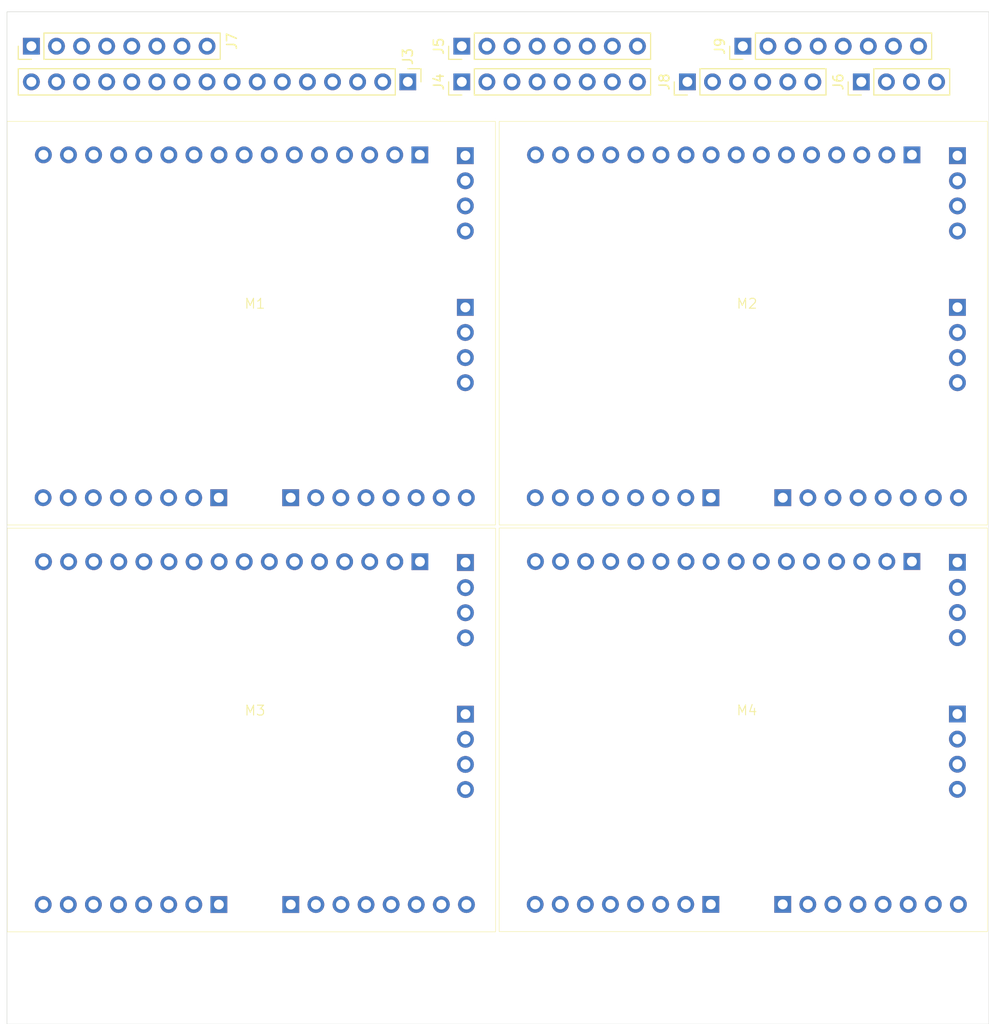
<source format=kicad_pcb>
(kicad_pcb (version 20241229) (generator "pcbnew") (generator_version "9.0")
  (layers (0 "F.Cu" signal) (2 "B.Cu" signal) (13 "F.Paste" user) (15 "B.Paste" user) (5 "F.SilkS" user "F.Silkscreen") (7 "B.SilkS" user "B.Silkscreen") (1 "F.Mask" user) (3 "B.Mask" user) (25 "Edge.Cuts" user))
  (net 0 "")
  (net 1 "LIC")
  (net 2 "BA")
  (net 3 "BS")
  (net 4 "TSC")
  (net 5 "AVMA")
  (net 6 "BUSY")
  (net 7 "Q")
  (net 8 "E")
  (net 9 "DEV0")
  (net 10 "DEV1")
  (net 11 "DEV2")
  (net 12 "DEV3")
  (net 13 "DEV4")
  (net 14 "DEV5")
  (net 15 "DEV6")
  (net 16 "DEV7")
  (net 17 "~{HALT}")
  (net 18 "~{RESET}")
  (net 19 "R{slash}~{W}")
  (net 20 "~{FIRQ}")
  (net 21 "~{IRQ}")
  (net 22 "~{NMI}")
  (net 23 "~{Q}")
  (net 24 "~{E}")
  (net 25 "GND")
  (net 26 "+5V")
  (net 27 "/A0")
  (net 28 "/A1")
  (net 29 "/A2")
  (net 30 "/A3")
  (net 31 "/A4")
  (net 32 "/A5")
  (net 33 "/A6")
  (net 34 "/A7")
  (net 35 "/A8")
  (net 36 "/A9")
  (net 37 "/A10")
  (net 38 "/A11")
  (net 39 "/A12")
  (net 40 "/A13")
  (net 41 "/A14")
  (net 42 "/A15")
  (net 43 "/D0")
  (net 44 "/D1")
  (net 45 "/D2")
  (net 46 "/D3")
  (net 47 "/D4")
  (net 48 "/D5")
  (net 49 "/D6")
  (net 50 "/D7")
  (net 51 "CLK15")
  (net 52 "CLK3")
  (net 53 "CLK6")
  (net 54 "CLK12")
  (net 56 "CLK24")
  (footprint "Library:Ram" (layer "F.Cu") (at 169.4434 61.6204)
    (property "Reference" "M2" (at 0 -0.5 0) (layer "F.SilkS") (effects (font (thickness 0.1))))
    (property "Value" "~")
    (fp_rect (start -25.0804 -18.9371) (end 24.348 21.8807) (stroke (width 0.05)) (fill no) (layer "F.SilkS"))
    (pad "1" thru_hole rect (at 16.6932 -15.5524 90) (size 1.7 1.7) (drill 1) (layers "*.Cu" "*.Mask"))
    (pad "2" thru_hole oval (at 14.1532 -15.5524 90) (size 1.7 1.7) (drill 1) (layers "*.Cu" "*.Mask"))
    (pad "3" thru_hole oval (at 11.6132 -15.5524 90) (size 1.7 1.7) (drill 1) (layers "*.Cu" "*.Mask"))
    (pad "4" thru_hole oval (at 9.0732 -15.5524 90) (size 1.7 1.7) (drill 1) (layers "*.Cu" "*.Mask"))
    (pad "5" thru_hole oval (at 6.5332 -15.5524 90) (size 1.7 1.7) (drill 1) (layers "*.Cu" "*.Mask"))
    (pad "6" thru_hole oval (at 3.9932 -15.5524 90) (size 1.7 1.7) (drill 1) (layers "*.Cu" "*.Mask"))
    (pad "7" thru_hole oval (at 1.4532 -15.5524 90) (size 1.7 1.7) (drill 1) (layers "*.Cu" "*.Mask"))
    (pad "8" thru_hole oval (at -1.0868 -15.5524 90) (size 1.7 1.7) (drill 1) (layers "*.Cu" "*.Mask"))
    (pad "9" thru_hole oval (at -3.6268 -15.5524 90) (size 1.7 1.7) (drill 1) (layers "*.Cu" "*.Mask"))
    (pad "10" thru_hole oval (at -6.1668 -15.5524 90) (size 1.7 1.7) (drill 1) (layers "*.Cu" "*.Mask"))
    (pad "11" thru_hole oval (at -8.7068 -15.5524 90) (size 1.7 1.7) (drill 1) (layers "*.Cu" "*.Mask"))
    (pad "12" thru_hole oval (at -11.2468 -15.5524 90) (size 1.7 1.7) (drill 1) (layers "*.Cu" "*.Mask"))
    (pad "13" thru_hole oval (at -13.7868 -15.5524 90) (size 1.7 1.7) (drill 1) (layers "*.Cu" "*.Mask"))
    (pad "14" thru_hole oval (at -16.3268 -15.5524 90) (size 1.7 1.7) (drill 1) (layers "*.Cu" "*.Mask"))
    (pad "15" thru_hole oval (at -18.8668 -15.5524 90) (size 1.7 1.7) (drill 1) (layers "*.Cu" "*.Mask"))
    (pad "16" thru_hole oval (at -21.4068 -15.5524 90) (size 1.7 1.7) (drill 1) (layers "*.Cu" "*.Mask"))
    (pad "17" thru_hole rect (at 3.6216 19.1248 270) (size 1.7 1.7) (drill 1) (layers "*.Cu" "*.Mask"))
    (pad "18" thru_hole oval (at 6.1616 19.1248 270) (size 1.7 1.7) (drill 1) (layers "*.Cu" "*.Mask"))
    (pad "19" thru_hole oval (at 8.7016 19.1248 270) (size 1.7 1.7) (drill 1) (layers "*.Cu" "*.Mask"))
    (pad "20" thru_hole oval (at 11.2416 19.1248 270) (size 1.7 1.7) (drill 1) (layers "*.Cu" "*.Mask"))
    (pad "21" thru_hole oval (at 13.7816 19.1248 270) (size 1.7 1.7) (drill 1) (layers "*.Cu" "*.Mask"))
    (pad "22" thru_hole oval (at 16.3216 19.1248 270) (size 1.7 1.7) (drill 1) (layers "*.Cu" "*.Mask"))
    (pad "23" thru_hole oval (at 18.8616 19.1248 270) (size 1.7 1.7) (drill 1) (layers "*.Cu" "*.Mask"))
    (pad "24" thru_hole oval (at 21.4016 19.1248 270) (size 1.7 1.7) (drill 1) (layers "*.Cu" "*.Mask"))
    (pad "25" thru_hole rect (at -3.6568 19.1248 90) (size 1.7 1.7) (drill 1) (layers "*.Cu" "*.Mask"))
    (pad "26" thru_hole oval (at -6.1968 19.1248 90) (size 1.7 1.7) (drill 1) (layers "*.Cu" "*.Mask"))
    (pad "27" thru_hole oval (at -8.7368 19.1248 90) (size 1.7 1.7) (drill 1) (layers "*.Cu" "*.Mask"))
    (pad "28" thru_hole oval (at -11.2768 19.1248 90) (size 1.7 1.7) (drill 1) (layers "*.Cu" "*.Mask"))
    (pad "29" thru_hole oval (at -13.8168 19.1248 90) (size 1.7 1.7) (drill 1) (layers "*.Cu" "*.Mask"))
    (pad "30" thru_hole oval (at -16.3568 19.1248 90) (size 1.7 1.7) (drill 1) (layers "*.Cu" "*.Mask"))
    (pad "31" thru_hole oval (at -18.8968 19.1248 90) (size 1.7 1.7) (drill 1) (layers "*.Cu" "*.Mask"))
    (pad "32" thru_hole oval (at -21.4368 19.1248 90) (size 1.7 1.7) (drill 1) (layers "*.Cu" "*.Mask"))
    (pad "33" thru_hole rect (at 21.3 -0.1284 180) (size 1.7 1.7) (drill 1) (layers "*.Cu" "*.Mask"))
    (pad "34" thru_hole oval (at 21.3 2.4116 180) (size 1.7 1.7) (drill 1) (layers "*.Cu" "*.Mask"))
    (pad "35" thru_hole oval (at 21.3 4.9516 180) (size 1.7 1.7) (drill 1) (layers "*.Cu" "*.Mask"))
    (pad "36" thru_hole oval (at 21.3 7.4916 180) (size 1.7 1.7) (drill 1) (layers "*.Cu" "*.Mask"))
    (pad "37" thru_hole oval (at 21.3 -12.93 180) (size 1.7 1.7) (drill 1) (layers "*.Cu" "*.Mask"))
    (pad "37" thru_hole oval (at 21.3 -10.39 180) (size 1.7 1.7) (drill 1) (layers "*.Cu" "*.Mask"))
    (pad "38" thru_hole rect (at 21.3 -15.47 180) (size 1.7 1.7) (drill 1) (layers "*.Cu" "*.Mask"))
    (pad "38" thru_hole oval (at 21.3 -7.85 180) (size 1.7 1.7) (drill 1) (layers "*.Cu" "*.Mask"))
  )
  (footprint "Connector_PinHeader_2.54mm:PinHeader_1x08_P2.54mm_Vertical" (layer "F.Cu") (at 140.5736 38.6842 90)
    (property "Reference" "J4" (at 0 -2.33 90) (layer "F.SilkS"))
    (property "Value" "Conn_01x08")
    (fp_line (start -1.33 -1.33) (end 0 -1.33) (stroke (width 0.12)) (layer "F.SilkS"))
    (fp_line (start -1.33 0) (end -1.33 -1.33) (stroke (width 0.12)) (layer "F.SilkS"))
    (fp_line (start 1.33 1.27) (end 1.33 19.11) (stroke (width 0.12)) (layer "F.SilkS"))
    (fp_line (start -1.33 1.27) (end 1.33 1.27) (stroke (width 0.12)) (layer "F.SilkS"))
    (fp_line (start -1.33 1.27) (end -1.33 19.11) (stroke (width 0.12)) (layer "F.SilkS"))
    (fp_line (start -1.33 19.11) (end 1.33 19.11) (stroke (width 0.12)) (layer "F.SilkS"))
    (pad "1" thru_hole rect (at 0 0 90) (size 1.7 1.7) (drill 1) (layers "*.Cu" "*.Mask") (net 43 "/D0"))
    (pad "2" thru_hole oval (at 0 2.54 90) (size 1.7 1.7) (drill 1) (layers "*.Cu" "*.Mask") (net 44 "/D1"))
    (pad "3" thru_hole oval (at 0 5.08 90) (size 1.7 1.7) (drill 1) (layers "*.Cu" "*.Mask") (net 45 "/D2"))
    (pad "4" thru_hole oval (at 0 7.62 90) (size 1.7 1.7) (drill 1) (layers "*.Cu" "*.Mask") (net 46 "/D3"))
    (pad "5" thru_hole oval (at 0 10.16 90) (size 1.7 1.7) (drill 1) (layers "*.Cu" "*.Mask") (net 47 "/D4"))
    (pad "6" thru_hole oval (at 0 12.7 90) (size 1.7 1.7) (drill 1) (layers "*.Cu" "*.Mask") (net 48 "/D5"))
    (pad "7" thru_hole oval (at 0 15.24 90) (size 1.7 1.7) (drill 1) (layers "*.Cu" "*.Mask") (net 49 "/D6"))
    (pad "8" thru_hole oval (at 0 17.78 90) (size 1.7 1.7) (drill 1) (layers "*.Cu" "*.Mask") (net 50 "/D7"))
  )
  (footprint "Library:Ram" (layer "F.Cu") (at 119.634 61.6204)
    (property "Reference" "M1" (at 0 -0.5 0) (layer "F.SilkS") (effects (font (thickness 0.1))))
    (property "Value" "~")
    (fp_rect (start -25.0804 -18.9371) (end 24.348 21.8807) (stroke (width 0.05)) (fill no) (layer "F.SilkS"))
    (pad "1" thru_hole rect (at 16.6932 -15.5524 90) (size 1.7 1.7) (drill 1) (layers "*.Cu" "*.Mask"))
    (pad "2" thru_hole oval (at 14.1532 -15.5524 90) (size 1.7 1.7) (drill 1) (layers "*.Cu" "*.Mask"))
    (pad "3" thru_hole oval (at 11.6132 -15.5524 90) (size 1.7 1.7) (drill 1) (layers "*.Cu" "*.Mask"))
    (pad "4" thru_hole oval (at 9.0732 -15.5524 90) (size 1.7 1.7) (drill 1) (layers "*.Cu" "*.Mask"))
    (pad "5" thru_hole oval (at 6.5332 -15.5524 90) (size 1.7 1.7) (drill 1) (layers "*.Cu" "*.Mask"))
    (pad "6" thru_hole oval (at 3.9932 -15.5524 90) (size 1.7 1.7) (drill 1) (layers "*.Cu" "*.Mask"))
    (pad "7" thru_hole oval (at 1.4532 -15.5524 90) (size 1.7 1.7) (drill 1) (layers "*.Cu" "*.Mask"))
    (pad "8" thru_hole oval (at -1.0868 -15.5524 90) (size 1.7 1.7) (drill 1) (layers "*.Cu" "*.Mask"))
    (pad "9" thru_hole oval (at -3.6268 -15.5524 90) (size 1.7 1.7) (drill 1) (layers "*.Cu" "*.Mask"))
    (pad "10" thru_hole oval (at -6.1668 -15.5524 90) (size 1.7 1.7) (drill 1) (layers "*.Cu" "*.Mask"))
    (pad "11" thru_hole oval (at -8.7068 -15.5524 90) (size 1.7 1.7) (drill 1) (layers "*.Cu" "*.Mask"))
    (pad "12" thru_hole oval (at -11.2468 -15.5524 90) (size 1.7 1.7) (drill 1) (layers "*.Cu" "*.Mask"))
    (pad "13" thru_hole oval (at -13.7868 -15.5524 90) (size 1.7 1.7) (drill 1) (layers "*.Cu" "*.Mask"))
    (pad "14" thru_hole oval (at -16.3268 -15.5524 90) (size 1.7 1.7) (drill 1) (layers "*.Cu" "*.Mask"))
    (pad "15" thru_hole oval (at -18.8668 -15.5524 90) (size 1.7 1.7) (drill 1) (layers "*.Cu" "*.Mask"))
    (pad "16" thru_hole oval (at -21.4068 -15.5524 90) (size 1.7 1.7) (drill 1) (layers "*.Cu" "*.Mask"))
    (pad "17" thru_hole rect (at 3.6216 19.1248 270) (size 1.7 1.7) (drill 1) (layers "*.Cu" "*.Mask"))
    (pad "18" thru_hole oval (at 6.1616 19.1248 270) (size 1.7 1.7) (drill 1) (layers "*.Cu" "*.Mask"))
    (pad "19" thru_hole oval (at 8.7016 19.1248 270) (size 1.7 1.7) (drill 1) (layers "*.Cu" "*.Mask"))
    (pad "20" thru_hole oval (at 11.2416 19.1248 270) (size 1.7 1.7) (drill 1) (layers "*.Cu" "*.Mask"))
    (pad "21" thru_hole oval (at 13.7816 19.1248 270) (size 1.7 1.7) (drill 1) (layers "*.Cu" "*.Mask"))
    (pad "22" thru_hole oval (at 16.3216 19.1248 270) (size 1.7 1.7) (drill 1) (layers "*.Cu" "*.Mask"))
    (pad "23" thru_hole oval (at 18.8616 19.1248 270) (size 1.7 1.7) (drill 1) (layers "*.Cu" "*.Mask"))
    (pad "24" thru_hole oval (at 21.4016 19.1248 270) (size 1.7 1.7) (drill 1) (layers "*.Cu" "*.Mask"))
    (pad "25" thru_hole rect (at -3.6568 19.1248 90) (size 1.7 1.7) (drill 1) (layers "*.Cu" "*.Mask"))
    (pad "26" thru_hole oval (at -6.1968 19.1248 90) (size 1.7 1.7) (drill 1) (layers "*.Cu" "*.Mask"))
    (pad "27" thru_hole oval (at -8.7368 19.1248 90) (size 1.7 1.7) (drill 1) (layers "*.Cu" "*.Mask"))
    (pad "28" thru_hole oval (at -11.2768 19.1248 90) (size 1.7 1.7) (drill 1) (layers "*.Cu" "*.Mask"))
    (pad "29" thru_hole oval (at -13.8168 19.1248 90) (size 1.7 1.7) (drill 1) (layers "*.Cu" "*.Mask"))
    (pad "30" thru_hole oval (at -16.3568 19.1248 90) (size 1.7 1.7) (drill 1) (layers "*.Cu" "*.Mask"))
    (pad "31" thru_hole oval (at -18.8968 19.1248 90) (size 1.7 1.7) (drill 1) (layers "*.Cu" "*.Mask"))
    (pad "32" thru_hole oval (at -21.4368 19.1248 90) (size 1.7 1.7) (drill 1) (layers "*.Cu" "*.Mask"))
    (pad "33" thru_hole rect (at 21.3 -0.1284 180) (size 1.7 1.7) (drill 1) (layers "*.Cu" "*.Mask"))
    (pad "34" thru_hole oval (at 21.3 2.4116 180) (size 1.7 1.7) (drill 1) (layers "*.Cu" "*.Mask"))
    (pad "35" thru_hole oval (at 21.3 4.9516 180) (size 1.7 1.7) (drill 1) (layers "*.Cu" "*.Mask"))
    (pad "36" thru_hole oval (at 21.3 7.4916 180) (size 1.7 1.7) (drill 1) (layers "*.Cu" "*.Mask"))
    (pad "37" thru_hole oval (at 21.3 -12.93 180) (size 1.7 1.7) (drill 1) (layers "*.Cu" "*.Mask"))
    (pad "37" thru_hole oval (at 21.3 -10.39 180) (size 1.7 1.7) (drill 1) (layers "*.Cu" "*.Mask"))
    (pad "38" thru_hole rect (at 21.3 -15.47 180) (size 1.7 1.7) (drill 1) (layers "*.Cu" "*.Mask"))
    (pad "38" thru_hole oval (at 21.3 -7.85 180) (size 1.7 1.7) (drill 1) (layers "*.Cu" "*.Mask"))
  )
  (footprint "Connector_PinHeader_2.54mm:PinHeader_1x04_P2.54mm_Vertical" (layer "F.Cu") (at 181.0104 38.6842 90)
    (property "Reference" "J6" (at 0 -2.33 90) (layer "F.SilkS"))
    (property "Value" "Conn_01x04")
    (fp_line (start -1.33 -1.33) (end 0 -1.33) (stroke (width 0.12)) (layer "F.SilkS"))
    (fp_line (start -1.33 0) (end -1.33 -1.33) (stroke (width 0.12)) (layer "F.SilkS"))
    (fp_line (start 1.33 1.27) (end 1.33 8.95) (stroke (width 0.12)) (layer "F.SilkS"))
    (fp_line (start -1.33 1.27) (end 1.33 1.27) (stroke (width 0.12)) (layer "F.SilkS"))
    (fp_line (start -1.33 1.27) (end -1.33 8.95) (stroke (width 0.12)) (layer "F.SilkS"))
    (fp_line (start -1.33 8.95) (end 1.33 8.95) (stroke (width 0.12)) (layer "F.SilkS"))
    (pad "1" thru_hole rect (at 0 0 90) (size 1.7 1.7) (drill 1) (layers "*.Cu" "*.Mask") (net 25 "GND"))
    (pad "2" thru_hole oval (at 0 2.54 90) (size 1.7 1.7) (drill 1) (layers "*.Cu" "*.Mask") (net 26 "+5V"))
    (pad "3" thru_hole oval (at 0 5.08 90) (size 1.7 1.7) (drill 1) (layers "*.Cu" "*.Mask") (net 26 "+5V"))
    (pad "4" thru_hole circle (at 0 7.62 90) (size 1.7 1.7) (drill 1) (layers "*.Cu" "*.Mask") (net 25 "GND"))
  )
  (footprint "Connector_PinHeader_2.54mm:PinHeader_1x08_P2.54mm_Vertical" (layer "F.Cu") (at 169.0216 35.0774 90)
    (property "Reference" "J9" (at 0 -2.33 90) (layer "F.SilkS"))
    (property "Value" "Conn_01x08")
    (fp_line (start -1.33 -1.33) (end 0 -1.33) (stroke (width 0.12)) (layer "F.SilkS"))
    (fp_line (start -1.33 0) (end -1.33 -1.33) (stroke (width 0.12)) (layer "F.SilkS"))
    (fp_line (start 1.33 1.27) (end 1.33 19.11) (stroke (width 0.12)) (layer "F.SilkS"))
    (fp_line (start -1.33 1.27) (end 1.33 1.27) (stroke (width 0.12)) (layer "F.SilkS"))
    (fp_line (start -1.33 1.27) (end -1.33 19.11) (stroke (width 0.12)) (layer "F.SilkS"))
    (fp_line (start -1.33 19.11) (end 1.33 19.11) (stroke (width 0.12)) (layer "F.SilkS"))
    (pad "1" thru_hole rect (at 0 0 90) (size 1.7 1.7) (drill 1) (layers "*.Cu" "*.Mask") (net 9 "DEV0"))
    (pad "2" thru_hole oval (at 0 2.54 90) (size 1.7 1.7) (drill 1) (layers "*.Cu" "*.Mask") (net 10 "DEV1"))
    (pad "3" thru_hole oval (at 0 5.08 90) (size 1.7 1.7) (drill 1) (layers "*.Cu" "*.Mask") (net 11 "DEV2"))
    (pad "4" thru_hole oval (at 0 7.62 90) (size 1.7 1.7) (drill 1) (layers "*.Cu" "*.Mask") (net 12 "DEV3"))
    (pad "5" thru_hole oval (at 0 10.16 90) (size 1.7 1.7) (drill 1) (layers "*.Cu" "*.Mask") (net 13 "DEV4"))
    (pad "6" thru_hole oval (at 0 12.7 90) (size 1.7 1.7) (drill 1) (layers "*.Cu" "*.Mask") (net 14 "DEV5"))
    (pad "7" thru_hole oval (at 0 15.24 90) (size 1.7 1.7) (drill 1) (layers "*.Cu" "*.Mask") (net 15 "DEV6"))
    (pad "8" thru_hole oval (at 0 17.78 90) (size 1.7 1.7) (drill 1) (layers "*.Cu" "*.Mask") (net 16 "DEV7"))
  )
  (footprint "Library:Ram" (layer "F.Cu") (at 169.438 102.7506)
    (property "Reference" "M4" (at 0 -0.5 0) (layer "F.SilkS") (effects (font (thickness 0.1))))
    (property "Value" "~")
    (fp_rect (start -25.0804 -18.9371) (end 24.348 21.8807) (stroke (width 0.05)) (fill no) (layer "F.SilkS"))
    (pad "1" thru_hole rect (at 16.6932 -15.5524 90) (size 1.7 1.7) (drill 1) (layers "*.Cu" "*.Mask"))
    (pad "2" thru_hole oval (at 14.1532 -15.5524 90) (size 1.7 1.7) (drill 1) (layers "*.Cu" "*.Mask"))
    (pad "3" thru_hole oval (at 11.6132 -15.5524 90) (size 1.7 1.7) (drill 1) (layers "*.Cu" "*.Mask"))
    (pad "4" thru_hole oval (at 9.0732 -15.5524 90) (size 1.7 1.7) (drill 1) (layers "*.Cu" "*.Mask"))
    (pad "5" thru_hole oval (at 6.5332 -15.5524 90) (size 1.7 1.7) (drill 1) (layers "*.Cu" "*.Mask"))
    (pad "6" thru_hole oval (at 3.9932 -15.5524 90) (size 1.7 1.7) (drill 1) (layers "*.Cu" "*.Mask"))
    (pad "7" thru_hole oval (at 1.4532 -15.5524 90) (size 1.7 1.7) (drill 1) (layers "*.Cu" "*.Mask"))
    (pad "8" thru_hole oval (at -1.0868 -15.5524 90) (size 1.7 1.7) (drill 1) (layers "*.Cu" "*.Mask"))
    (pad "9" thru_hole oval (at -3.6268 -15.5524 90) (size 1.7 1.7) (drill 1) (layers "*.Cu" "*.Mask"))
    (pad "10" thru_hole oval (at -6.1668 -15.5524 90) (size 1.7 1.7) (drill 1) (layers "*.Cu" "*.Mask"))
    (pad "11" thru_hole oval (at -8.7068 -15.5524 90) (size 1.7 1.7) (drill 1) (layers "*.Cu" "*.Mask"))
    (pad "12" thru_hole oval (at -11.2468 -15.5524 90) (size 1.7 1.7) (drill 1) (layers "*.Cu" "*.Mask"))
    (pad "13" thru_hole oval (at -13.7868 -15.5524 90) (size 1.7 1.7) (drill 1) (layers "*.Cu" "*.Mask"))
    (pad "14" thru_hole oval (at -16.3268 -15.5524 90) (size 1.7 1.7) (drill 1) (layers "*.Cu" "*.Mask"))
    (pad "15" thru_hole oval (at -18.8668 -15.5524 90) (size 1.7 1.7) (drill 1) (layers "*.Cu" "*.Mask"))
    (pad "16" thru_hole oval (at -21.4068 -15.5524 90) (size 1.7 1.7) (drill 1) (layers "*.Cu" "*.Mask"))
    (pad "17" thru_hole rect (at 3.6216 19.1248 270) (size 1.7 1.7) (drill 1) (layers "*.Cu" "*.Mask"))
    (pad "18" thru_hole oval (at 6.1616 19.1248 270) (size 1.7 1.7) (drill 1) (layers "*.Cu" "*.Mask"))
    (pad "19" thru_hole oval (at 8.7016 19.1248 270) (size 1.7 1.7) (drill 1) (layers "*.Cu" "*.Mask"))
    (pad "20" thru_hole oval (at 11.2416 19.1248 270) (size 1.7 1.7) (drill 1) (layers "*.Cu" "*.Mask"))
    (pad "21" thru_hole oval (at 13.7816 19.1248 270) (size 1.7 1.7) (drill 1) (layers "*.Cu" "*.Mask"))
    (pad "22" thru_hole oval (at 16.3216 19.1248 270) (size 1.7 1.7) (drill 1) (layers "*.Cu" "*.Mask"))
    (pad "23" thru_hole oval (at 18.8616 19.1248 270) (size 1.7 1.7) (drill 1) (layers "*.Cu" "*.Mask"))
    (pad "24" thru_hole oval (at 21.4016 19.1248 270) (size 1.7 1.7) (drill 1) (layers "*.Cu" "*.Mask"))
    (pad "25" thru_hole rect (at -3.6568 19.1248 90) (size 1.7 1.7) (drill 1) (layers "*.Cu" "*.Mask"))
    (pad "26" thru_hole oval (at -6.1968 19.1248 90) (size 1.7 1.7) (drill 1) (layers "*.Cu" "*.Mask"))
    (pad "27" thru_hole oval (at -8.7368 19.1248 90) (size 1.7 1.7) (drill 1) (layers "*.Cu" "*.Mask"))
    (pad "28" thru_hole oval (at -11.2768 19.1248 90) (size 1.7 1.7) (drill 1) (layers "*.Cu" "*.Mask"))
    (pad "29" thru_hole oval (at -13.8168 19.1248 90) (size 1.7 1.7) (drill 1) (layers "*.Cu" "*.Mask"))
    (pad "30" thru_hole oval (at -16.3568 19.1248 90) (size 1.7 1.7) (drill 1) (layers "*.Cu" "*.Mask"))
    (pad "31" thru_hole oval (at -18.8968 19.1248 90) (size 1.7 1.7) (drill 1) (layers "*.Cu" "*.Mask"))
    (pad "32" thru_hole oval (at -21.4368 19.1248 90) (size 1.7 1.7) (drill 1) (layers "*.Cu" "*.Mask"))
    (pad "33" thru_hole rect (at 21.3 -0.1284 180) (size 1.7 1.7) (drill 1) (layers "*.Cu" "*.Mask"))
    (pad "34" thru_hole oval (at 21.3 2.4116 180) (size 1.7 1.7) (drill 1) (layers "*.Cu" "*.Mask"))
    (pad "35" thru_hole oval (at 21.3 4.9516 180) (size 1.7 1.7) (drill 1) (layers "*.Cu" "*.Mask"))
    (pad "36" thru_hole oval (at 21.3 7.4916 180) (size 1.7 1.7) (drill 1) (layers "*.Cu" "*.Mask"))
    (pad "37" thru_hole oval (at 21.3 -12.93 180) (size 1.7 1.7) (drill 1) (layers "*.Cu" "*.Mask"))
    (pad "37" thru_hole oval (at 21.3 -10.39 180) (size 1.7 1.7) (drill 1) (layers "*.Cu" "*.Mask"))
    (pad "38" thru_hole rect (at 21.3 -15.47 180) (size 1.7 1.7) (drill 1) (layers "*.Cu" "*.Mask"))
    (pad "38" thru_hole oval (at 21.3 -7.85 180) (size 1.7 1.7) (drill 1) (layers "*.Cu" "*.Mask"))
  )
  (footprint "Connector_PinHeader_2.54mm:PinHeader_1x16_P2.54mm_Vertical" (layer "F.Cu") (at 135.1126 38.6842 -90)
    (property "Reference" "J3" (at -2.5654 0 90) (layer "F.SilkS"))
    (property "Value" "Conn_01x16")
    (fp_line (start -1.33 39.43) (end 1.33 39.43) (stroke (width 0.12)) (layer "F.SilkS"))
    (fp_line (start -1.33 1.27) (end -1.33 39.43) (stroke (width 0.12)) (layer "F.SilkS"))
    (fp_line (start -1.33 1.27) (end 1.33 1.27) (stroke (width 0.12)) (layer "F.SilkS"))
    (fp_line (start 1.33 1.27) (end 1.33 39.43) (stroke (width 0.12)) (layer "F.SilkS"))
    (fp_line (start -1.33 0) (end -1.33 -1.33) (stroke (width 0.12)) (layer "F.SilkS"))
    (fp_line (start -1.33 -1.33) (end 0 -1.33) (stroke (width 0.12)) (layer "F.SilkS"))
    (pad "1" thru_hole rect (at 0 0 270) (size 1.7 1.7) (drill 1) (layers "*.Cu" "*.Mask") (net 27 "/A0"))
    (pad "2" thru_hole oval (at 0 2.54 270) (size 1.7 1.7) (drill 1) (layers "*.Cu" "*.Mask") (net 28 "/A1"))
    (pad "3" thru_hole oval (at 0 5.08 270) (size 1.7 1.7) (drill 1) (layers "*.Cu" "*.Mask") (net 29 "/A2"))
    (pad "4" thru_hole oval (at 0 7.62 270) (size 1.7 1.7) (drill 1) (layers "*.Cu" "*.Mask") (net 30 "/A3"))
    (pad "5" thru_hole oval (at 0 10.16 270) (size 1.7 1.7) (drill 1) (layers "*.Cu" "*.Mask") (net 31 "/A4"))
    (pad "6" thru_hole oval (at 0 12.7 270) (size 1.7 1.7) (drill 1) (layers "*.Cu" "*.Mask") (net 32 "/A5"))
    (pad "7" thru_hole oval (at 0 15.24 270) (size 1.7 1.7) (drill 1) (layers "*.Cu" "*.Mask") (net 33 "/A6"))
    (pad "8" thru_hole oval (at 0 17.78 270) (size 1.7 1.7) (drill 1) (layers "*.Cu" "*.Mask") (net 34 "/A7"))
    (pad "9" thru_hole oval (at 0 20.32 270) (size 1.7 1.7) (drill 1) (layers "*.Cu" "*.Mask") (net 35 "/A8"))
    (pad "10" thru_hole oval (at 0 22.86 270) (size 1.7 1.7) (drill 1) (layers "*.Cu" "*.Mask") (net 36 "/A9"))
    (pad "11" thru_hole oval (at 0 25.4 270) (size 1.7 1.7) (drill 1) (layers "*.Cu" "*.Mask") (net 37 "/A10"))
    (pad "12" thru_hole oval (at 0 27.94 270) (size 1.7 1.7) (drill 1) (layers "*.Cu" "*.Mask") (net 38 "/A11"))
    (pad "13" thru_hole oval (at 0 30.48 270) (size 1.7 1.7) (drill 1) (layers "*.Cu" "*.Mask") (net 39 "/A12"))
    (pad "14" thru_hole oval (at 0 33.02 270) (size 1.7 1.7) (drill 1) (layers "*.Cu" "*.Mask") (net 40 "/A13"))
    (pad "15" thru_hole oval (at 0 35.56 270) (size 1.7 1.7) (drill 1) (layers "*.Cu" "*.Mask") (net 41 "/A14"))
    (pad "16" thru_hole oval (at 0 38.1 270) (size 1.7 1.7) (drill 1) (layers "*.Cu" "*.Mask") (net 42 "/A15"))
  )
  (footprint "Connector_PinHeader_2.54mm:PinHeader_1x06_P2.54mm_Vertical" (layer "F.Cu") (at 163.4082 38.6842 90)
    (property "Reference" "J8" (at 0 -2.33 90) (layer "F.SilkS"))
    (property "Value" "Conn_01x06")
    (fp_line (start -1.33 -1.33) (end 0 -1.33) (stroke (width 0.12)) (layer "F.SilkS"))
    (fp_line (start -1.33 0) (end -1.33 -1.33) (stroke (width 0.12)) (layer "F.SilkS"))
    (fp_line (start 1.33 1.27) (end 1.33 14.03) (stroke (width 0.12)) (layer "F.SilkS"))
    (fp_line (start -1.33 1.27) (end 1.33 1.27) (stroke (width 0.12)) (layer "F.SilkS"))
    (fp_line (start -1.33 1.27) (end -1.33 14.03) (stroke (width 0.12)) (layer "F.SilkS"))
    (fp_line (start -1.33 14.03) (end 1.33 14.03) (stroke (width 0.12)) (layer "F.SilkS"))
    (pad "1" thru_hole rect (at 0 0 90) (size 1.7 1.7) (drill 1) (layers "*.Cu" "*.Mask") (net 51 "CLK15"))
    (pad "2" thru_hole oval (at 0 2.54 90) (size 1.7 1.7) (drill 1) (layers "*.Cu" "*.Mask") (net 52 "CLK3"))
    (pad "3" thru_hole oval (at 0 5.08 90) (size 1.7 1.7) (drill 1) (layers "*.Cu" "*.Mask") (net 53 "CLK6"))
    (pad "4" thru_hole oval (at 0 7.62 90) (size 1.7 1.7) (drill 1) (layers "*.Cu" "*.Mask") (net 54 "CLK12"))
    (pad "5" thru_hole oval (at 0 10.16 90) (size 1.7 1.7) (drill 1) (layers "*.Cu" "*.Mask"))
    (pad "6" thru_hole oval (at 0 12.7 90) (size 1.7 1.7) (drill 1) (layers "*.Cu" "*.Mask") (net 56 "CLK24"))
  )
  (footprint "Library:Ram" (layer "F.Cu") (at 119.6446 102.7698)
    (property "Reference" "M3" (at 0 -0.5 0) (layer "F.SilkS") (effects (font (thickness 0.1))))
    (property "Value" "~")
    (fp_rect (start -25.0804 -18.9371) (end 24.348 21.8807) (stroke (width 0.05)) (fill no) (layer "F.SilkS"))
    (pad "1" thru_hole rect (at 16.6932 -15.5524 90) (size 1.7 1.7) (drill 1) (layers "*.Cu" "*.Mask"))
    (pad "2" thru_hole oval (at 14.1532 -15.5524 90) (size 1.7 1.7) (drill 1) (layers "*.Cu" "*.Mask"))
    (pad "3" thru_hole oval (at 11.6132 -15.5524 90) (size 1.7 1.7) (drill 1) (layers "*.Cu" "*.Mask"))
    (pad "4" thru_hole oval (at 9.0732 -15.5524 90) (size 1.7 1.7) (drill 1) (layers "*.Cu" "*.Mask"))
    (pad "5" thru_hole oval (at 6.5332 -15.5524 90) (size 1.7 1.7) (drill 1) (layers "*.Cu" "*.Mask"))
    (pad "6" thru_hole oval (at 3.9932 -15.5524 90) (size 1.7 1.7) (drill 1) (layers "*.Cu" "*.Mask"))
    (pad "7" thru_hole oval (at 1.4532 -15.5524 90) (size 1.7 1.7) (drill 1) (layers "*.Cu" "*.Mask"))
    (pad "8" thru_hole oval (at -1.0868 -15.5524 90) (size 1.7 1.7) (drill 1) (layers "*.Cu" "*.Mask"))
    (pad "9" thru_hole oval (at -3.6268 -15.5524 90) (size 1.7 1.7) (drill 1) (layers "*.Cu" "*.Mask"))
    (pad "10" thru_hole oval (at -6.1668 -15.5524 90) (size 1.7 1.7) (drill 1) (layers "*.Cu" "*.Mask"))
    (pad "11" thru_hole oval (at -8.7068 -15.5524 90) (size 1.7 1.7) (drill 1) (layers "*.Cu" "*.Mask"))
    (pad "12" thru_hole oval (at -11.2468 -15.5524 90) (size 1.7 1.7) (drill 1) (layers "*.Cu" "*.Mask"))
    (pad "13" thru_hole oval (at -13.7868 -15.5524 90) (size 1.7 1.7) (drill 1) (layers "*.Cu" "*.Mask"))
    (pad "14" thru_hole oval (at -16.3268 -15.5524 90) (size 1.7 1.7) (drill 1) (layers "*.Cu" "*.Mask"))
    (pad "15" thru_hole oval (at -18.8668 -15.5524 90) (size 1.7 1.7) (drill 1) (layers "*.Cu" "*.Mask"))
    (pad "16" thru_hole oval (at -21.4068 -15.5524 90) (size 1.7 1.7) (drill 1) (layers "*.Cu" "*.Mask"))
    (pad "17" thru_hole rect (at 3.6216 19.1248 270) (size 1.7 1.7) (drill 1) (layers "*.Cu" "*.Mask"))
    (pad "18" thru_hole oval (at 6.1616 19.1248 270) (size 1.7 1.7) (drill 1) (layers "*.Cu" "*.Mask"))
    (pad "19" thru_hole oval (at 8.7016 19.1248 270) (size 1.7 1.7) (drill 1) (layers "*.Cu" "*.Mask"))
    (pad "20" thru_hole oval (at 11.2416 19.1248 270) (size 1.7 1.7) (drill 1) (layers "*.Cu" "*.Mask"))
    (pad "21" thru_hole oval (at 13.7816 19.1248 270) (size 1.7 1.7) (drill 1) (layers "*.Cu" "*.Mask"))
    (pad "22" thru_hole oval (at 16.3216 19.1248 270) (size 1.7 1.7) (drill 1) (layers "*.Cu" "*.Mask"))
    (pad "23" thru_hole oval (at 18.8616 19.1248 270) (size 1.7 1.7) (drill 1) (layers "*.Cu" "*.Mask"))
    (pad "24" thru_hole oval (at 21.4016 19.1248 270) (size 1.7 1.7) (drill 1) (layers "*.Cu" "*.Mask"))
    (pad "25" thru_hole rect (at -3.6568 19.1248 90) (size 1.7 1.7) (drill 1) (layers "*.Cu" "*.Mask"))
    (pad "26" thru_hole oval (at -6.1968 19.1248 90) (size 1.7 1.7) (drill 1) (layers "*.Cu" "*.Mask"))
    (pad "27" thru_hole oval (at -8.7368 19.1248 90) (size 1.7 1.7) (drill 1) (layers "*.Cu" "*.Mask"))
    (pad "28" thru_hole oval (at -11.2768 19.1248 90) (size 1.7 1.7) (drill 1) (layers "*.Cu" "*.Mask"))
    (pad "29" thru_hole oval (at -13.8168 19.1248 90) (size 1.7 1.7) (drill 1) (layers "*.Cu" "*.Mask"))
    (pad "30" thru_hole oval (at -16.3568 19.1248 90) (size 1.7 1.7) (drill 1) (layers "*.Cu" "*.Mask"))
    (pad "31" thru_hole oval (at -18.8968 19.1248 90) (size 1.7 1.7) (drill 1) (layers "*.Cu" "*.Mask"))
    (pad "32" thru_hole oval (at -21.4368 19.1248 90) (size 1.7 1.7) (drill 1) (layers "*.Cu" "*.Mask"))
    (pad "33" thru_hole rect (at 21.3 -0.1284 180) (size 1.7 1.7) (drill 1) (layers "*.Cu" "*.Mask"))
    (pad "34" thru_hole oval (at 21.3 2.4116 180) (size 1.7 1.7) (drill 1) (layers "*.Cu" "*.Mask"))
    (pad "35" thru_hole oval (at 21.3 4.9516 180) (size 1.7 1.7) (drill 1) (layers "*.Cu" "*.Mask"))
    (pad "36" thru_hole oval (at 21.3 7.4916 180) (size 1.7 1.7) (drill 1) (layers "*.Cu" "*.Mask"))
    (pad "37" thru_hole oval (at 21.3 -12.93 180) (size 1.7 1.7) (drill 1) (layers "*.Cu" "*.Mask"))
    (pad "37" thru_hole oval (at 21.3 -10.39 180) (size 1.7 1.7) (drill 1) (layers "*.Cu" "*.Mask"))
    (pad "38" thru_hole rect (at 21.3 -15.47 180) (size 1.7 1.7) (drill 1) (layers "*.Cu" "*.Mask"))
    (pad "38" thru_hole oval (at 21.3 -7.85 180) (size 1.7 1.7) (drill 1) (layers "*.Cu" "*.Mask"))
  )
  (footprint "Connector_PinHeader_2.54mm:PinHeader_1x08_P2.54mm_Vertical" (layer "F.Cu") (at 97.0126 35.0774 90)
    (property "Reference" "J7" (at 0.508 20.2946 90) (layer "F.SilkS"))
    (property "Value" "Conn_01x08")
    (fp_line (start -1.33 -1.33) (end 0 -1.33) (stroke (width 0.12)) (layer "F.SilkS"))
    (fp_line (start -1.33 0) (end -1.33 -1.33) (stroke (width 0.12)) (layer "F.SilkS"))
    (fp_line (start 1.33 1.27) (end 1.33 19.11) (stroke (width 0.12)) (layer "F.SilkS"))
    (fp_line (start -1.33 1.27) (end 1.33 1.27) (stroke (width 0.12)) (layer "F.SilkS"))
    (fp_line (start -1.33 1.27) (end -1.33 19.11) (stroke (width 0.12)) (layer "F.SilkS"))
    (fp_line (start -1.33 19.11) (end 1.33 19.11) (stroke (width 0.12)) (layer "F.SilkS"))
    (pad "1" thru_hole rect (at 0 0 90) (size 1.7 1.7) (drill 1) (layers "*.Cu" "*.Mask") (net 17 "~{HALT}"))
    (pad "2" thru_hole oval (at 0 2.54 90) (size 1.7 1.7) (drill 1) (layers "*.Cu" "*.Mask") (net 18 "~{RESET}"))
    (pad "3" thru_hole oval (at 0 5.08 90) (size 1.7 1.7) (drill 1) (layers "*.Cu" "*.Mask") (net 19 "R{slash}~{W}"))
    (pad "4" thru_hole oval (at 0 7.62 90) (size 1.7 1.7) (drill 1) (layers "*.Cu" "*.Mask") (net 20 "~{FIRQ}"))
    (pad "5" thru_hole oval (at 0 10.16 90) (size 1.7 1.7) (drill 1) (layers "*.Cu" "*.Mask") (net 21 "~{IRQ}"))
    (pad "6" thru_hole oval (at 0 12.7 90) (size 1.7 1.7) (drill 1) (layers "*.Cu" "*.Mask") (net 22 "~{NMI}"))
    (pad "7" thru_hole oval (at 0 15.24 90) (size 1.7 1.7) (drill 1) (layers "*.Cu" "*.Mask") (net 23 "~{Q}"))
    (pad "8" thru_hole oval (at 0 17.78 90) (size 1.7 1.7) (drill 1) (layers "*.Cu" "*.Mask") (net 24 "~{E}"))
  )
  (footprint "Connector_PinHeader_2.54mm:PinHeader_1x08_P2.54mm_Vertical" (layer "F.Cu") (at 140.5736 35.0774 90)
    (property "Reference" "J5" (at 0 -2.33 90) (layer "F.SilkS"))
    (property "Value" "Conn_01x08")
    (fp_line (start -1.33 -1.33) (end 0 -1.33) (stroke (width 0.12)) (layer "F.SilkS"))
    (fp_line (start -1.33 0) (end -1.33 -1.33) (stroke (width 0.12)) (layer "F.SilkS"))
    (fp_line (start 1.33 1.27) (end 1.33 19.11) (stroke (width 0.12)) (layer "F.SilkS"))
    (fp_line (start -1.33 1.27) (end 1.33 1.27) (stroke (width 0.12)) (layer "F.SilkS"))
    (fp_line (start -1.33 1.27) (end -1.33 19.11) (stroke (width 0.12)) (layer "F.SilkS"))
    (fp_line (start -1.33 19.11) (end 1.33 19.11) (stroke (width 0.12)) (layer "F.SilkS"))
    (pad "1" thru_hole rect (at 0 0 90) (size 1.7 1.7) (drill 1) (layers "*.Cu" "*.Mask") (net 1 "LIC"))
    (pad "2" thru_hole oval (at 0 2.54 90) (size 1.7 1.7) (drill 1) (layers "*.Cu" "*.Mask") (net 2 "BA"))
    (pad "3" thru_hole oval (at 0 5.08 90) (size 1.7 1.7) (drill 1) (layers "*.Cu" "*.Mask") (net 3 "BS"))
    (pad "4" thru_hole oval (at 0 7.62 90) (size 1.7 1.7) (drill 1) (layers "*.Cu" "*.Mask") (net 4 "TSC"))
    (pad "5" thru_hole oval (at 0 10.16 90) (size 1.7 1.7) (drill 1) (layers "*.Cu" "*.Mask") (net 5 "AVMA"))
    (pad "6" thru_hole oval (at 0 12.7 90) (size 1.7 1.7) (drill 1) (layers "*.Cu" "*.Mask") (net 6 "BUSY"))
    (pad "7" thru_hole oval (at 0 15.24 90) (size 1.7 1.7) (drill 1) (layers "*.Cu" "*.Mask") (net 7 "Q"))
    (pad "8" thru_hole oval (at 0 17.78 90) (size 1.7 1.7) (drill 1) (layers "*.Cu" "*.Mask") (net 8 "E"))
  )
  (gr_rect (start 94.5388 31.5976) (end 193.929 133.985) (stroke (width 0.05)) (fill no) (layer "Edge.Cuts"))
)
</source>
